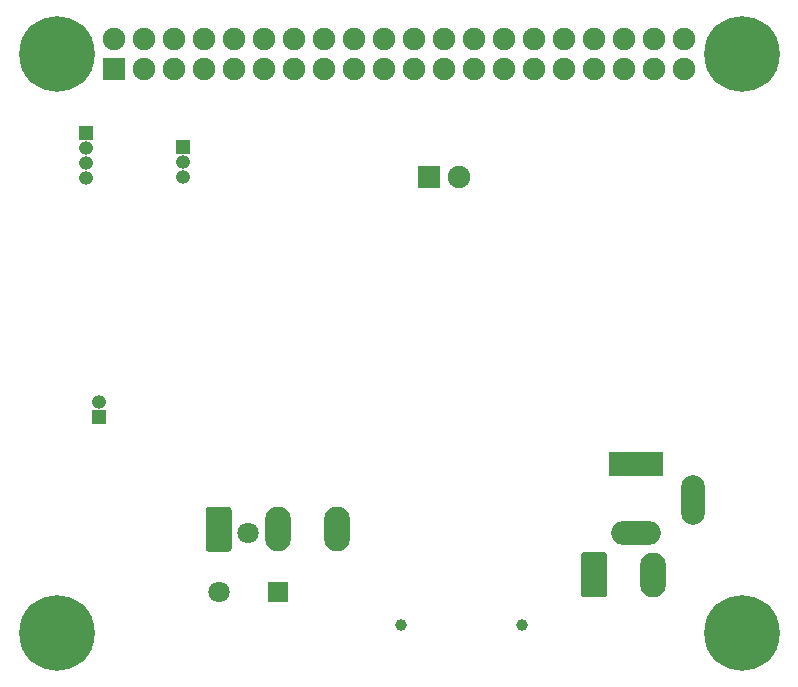
<source format=gbr>
%TF.GenerationSoftware,KiCad,Pcbnew,5.1.5-52549c5~84~ubuntu19.10.1*%
%TF.CreationDate,2020-01-05T17:23:38+01:00*%
%TF.ProjectId,RPi heating control hat,52506920-6865-4617-9469-6e6720636f6e,rev?*%
%TF.SameCoordinates,Original*%
%TF.FileFunction,Soldermask,Bot*%
%TF.FilePolarity,Negative*%
%FSLAX46Y46*%
G04 Gerber Fmt 4.6, Leading zero omitted, Abs format (unit mm)*
G04 Created by KiCad (PCBNEW 5.1.5-52549c5~84~ubuntu19.10.1) date 2020-01-05 17:23:38*
%MOMM*%
%LPD*%
G04 APERTURE LIST*
%ADD10O,1.200000X1.200000*%
%ADD11R,1.200000X1.200000*%
%ADD12O,2.200000X3.800000*%
%ADD13C,0.100000*%
%ADD14C,1.000000*%
%ADD15O,1.900000X1.900000*%
%ADD16R,1.900000X1.900000*%
%ADD17C,6.400000*%
%ADD18C,1.800000*%
%ADD19R,1.800000X1.800000*%
%ADD20R,4.600000X2.000000*%
%ADD21O,4.200000X2.000000*%
%ADD22O,2.000000X4.200000*%
G04 APERTURE END LIST*
D10*
%TO.C,J4*%
X85700000Y-93730000D03*
D11*
X85700000Y-95000000D03*
%TD*%
D12*
%TO.C,J7*%
X132610000Y-108350000D03*
D13*
G36*
X128461955Y-106451324D02*
G01*
X128488650Y-106455284D01*
X128514828Y-106461841D01*
X128540238Y-106470933D01*
X128564634Y-106482472D01*
X128587782Y-106496346D01*
X128609458Y-106512422D01*
X128629454Y-106530546D01*
X128647578Y-106550542D01*
X128663654Y-106572218D01*
X128677528Y-106595366D01*
X128689067Y-106619762D01*
X128698159Y-106645172D01*
X128704716Y-106671350D01*
X128708676Y-106698045D01*
X128710000Y-106725000D01*
X128710000Y-109975000D01*
X128708676Y-110001955D01*
X128704716Y-110028650D01*
X128698159Y-110054828D01*
X128689067Y-110080238D01*
X128677528Y-110104634D01*
X128663654Y-110127782D01*
X128647578Y-110149458D01*
X128629454Y-110169454D01*
X128609458Y-110187578D01*
X128587782Y-110203654D01*
X128564634Y-110217528D01*
X128540238Y-110229067D01*
X128514828Y-110238159D01*
X128488650Y-110244716D01*
X128461955Y-110248676D01*
X128435000Y-110250000D01*
X126785000Y-110250000D01*
X126758045Y-110248676D01*
X126731350Y-110244716D01*
X126705172Y-110238159D01*
X126679762Y-110229067D01*
X126655366Y-110217528D01*
X126632218Y-110203654D01*
X126610542Y-110187578D01*
X126590546Y-110169454D01*
X126572422Y-110149458D01*
X126556346Y-110127782D01*
X126542472Y-110104634D01*
X126530933Y-110080238D01*
X126521841Y-110054828D01*
X126515284Y-110028650D01*
X126511324Y-110001955D01*
X126510000Y-109975000D01*
X126510000Y-106725000D01*
X126511324Y-106698045D01*
X126515284Y-106671350D01*
X126521841Y-106645172D01*
X126530933Y-106619762D01*
X126542472Y-106595366D01*
X126556346Y-106572218D01*
X126572422Y-106550542D01*
X126590546Y-106530546D01*
X126610542Y-106512422D01*
X126632218Y-106496346D01*
X126655366Y-106482472D01*
X126679762Y-106470933D01*
X126705172Y-106461841D01*
X126731350Y-106455284D01*
X126758045Y-106451324D01*
X126785000Y-106450000D01*
X128435000Y-106450000D01*
X128461955Y-106451324D01*
G37*
%TD*%
D14*
%TO.C,SW1*%
X121500000Y-112600000D03*
X111300000Y-112600000D03*
%TD*%
D15*
%TO.C,J3*%
X132720000Y-63000000D03*
X130180000Y-63000000D03*
X127640000Y-63000000D03*
X99700000Y-65540000D03*
X107320000Y-65540000D03*
X120020000Y-63000000D03*
X104780000Y-63000000D03*
X109860000Y-63000000D03*
X127640000Y-65540000D03*
X89540000Y-65540000D03*
X135260000Y-65540000D03*
X117480000Y-65540000D03*
X99700000Y-63000000D03*
X89540000Y-63000000D03*
X94620000Y-63000000D03*
X102240000Y-63000000D03*
X92080000Y-65540000D03*
X135260000Y-63000000D03*
X104780000Y-65540000D03*
X122560000Y-65540000D03*
X97160000Y-63000000D03*
X114940000Y-65540000D03*
X122560000Y-63000000D03*
X92080000Y-63000000D03*
X112400000Y-63000000D03*
X97160000Y-65540000D03*
X112400000Y-65540000D03*
X107320000Y-63000000D03*
X130180000Y-65540000D03*
X125100000Y-65540000D03*
X117480000Y-63000000D03*
X125100000Y-63000000D03*
D16*
X87000000Y-65540000D03*
D15*
X132720000Y-65540000D03*
X109860000Y-65540000D03*
X114940000Y-63000000D03*
X94620000Y-65540000D03*
X102240000Y-65540000D03*
X120020000Y-65540000D03*
X87000000Y-63000000D03*
D17*
X82130000Y-113270000D03*
X140130000Y-113270000D03*
X140130000Y-64270000D03*
X82130000Y-64270000D03*
%TD*%
D18*
%TO.C,J5*%
X95840000Y-109850000D03*
X98340000Y-104850000D03*
D19*
X100840000Y-109850000D03*
%TD*%
D10*
%TO.C,J2*%
X92830000Y-74700000D03*
X92830000Y-73430000D03*
D11*
X92830000Y-72160000D03*
%TD*%
D12*
%TO.C,J8*%
X105820000Y-104490000D03*
X100820000Y-104490000D03*
D13*
G36*
X96671955Y-102591324D02*
G01*
X96698650Y-102595284D01*
X96724828Y-102601841D01*
X96750238Y-102610933D01*
X96774634Y-102622472D01*
X96797782Y-102636346D01*
X96819458Y-102652422D01*
X96839454Y-102670546D01*
X96857578Y-102690542D01*
X96873654Y-102712218D01*
X96887528Y-102735366D01*
X96899067Y-102759762D01*
X96908159Y-102785172D01*
X96914716Y-102811350D01*
X96918676Y-102838045D01*
X96920000Y-102865000D01*
X96920000Y-106115000D01*
X96918676Y-106141955D01*
X96914716Y-106168650D01*
X96908159Y-106194828D01*
X96899067Y-106220238D01*
X96887528Y-106244634D01*
X96873654Y-106267782D01*
X96857578Y-106289458D01*
X96839454Y-106309454D01*
X96819458Y-106327578D01*
X96797782Y-106343654D01*
X96774634Y-106357528D01*
X96750238Y-106369067D01*
X96724828Y-106378159D01*
X96698650Y-106384716D01*
X96671955Y-106388676D01*
X96645000Y-106390000D01*
X94995000Y-106390000D01*
X94968045Y-106388676D01*
X94941350Y-106384716D01*
X94915172Y-106378159D01*
X94889762Y-106369067D01*
X94865366Y-106357528D01*
X94842218Y-106343654D01*
X94820542Y-106327578D01*
X94800546Y-106309454D01*
X94782422Y-106289458D01*
X94766346Y-106267782D01*
X94752472Y-106244634D01*
X94740933Y-106220238D01*
X94731841Y-106194828D01*
X94725284Y-106168650D01*
X94721324Y-106141955D01*
X94720000Y-106115000D01*
X94720000Y-102865000D01*
X94721324Y-102838045D01*
X94725284Y-102811350D01*
X94731841Y-102785172D01*
X94740933Y-102759762D01*
X94752472Y-102735366D01*
X94766346Y-102712218D01*
X94782422Y-102690542D01*
X94800546Y-102670546D01*
X94820542Y-102652422D01*
X94842218Y-102636346D01*
X94865366Y-102622472D01*
X94889762Y-102610933D01*
X94915172Y-102601841D01*
X94941350Y-102595284D01*
X94968045Y-102591324D01*
X94995000Y-102590000D01*
X96645000Y-102590000D01*
X96671955Y-102591324D01*
G37*
%TD*%
D10*
%TO.C,J6*%
X84630000Y-74730000D03*
X84630000Y-73460000D03*
X84630000Y-72190000D03*
D11*
X84630000Y-70920000D03*
%TD*%
D20*
%TO.C,J1*%
X131200000Y-99000000D03*
D21*
X131200000Y-104800000D03*
D22*
X136000000Y-102000000D03*
%TD*%
D16*
%TO.C,J9*%
X113600000Y-74700000D03*
D15*
X116140000Y-74700000D03*
%TD*%
M02*

</source>
